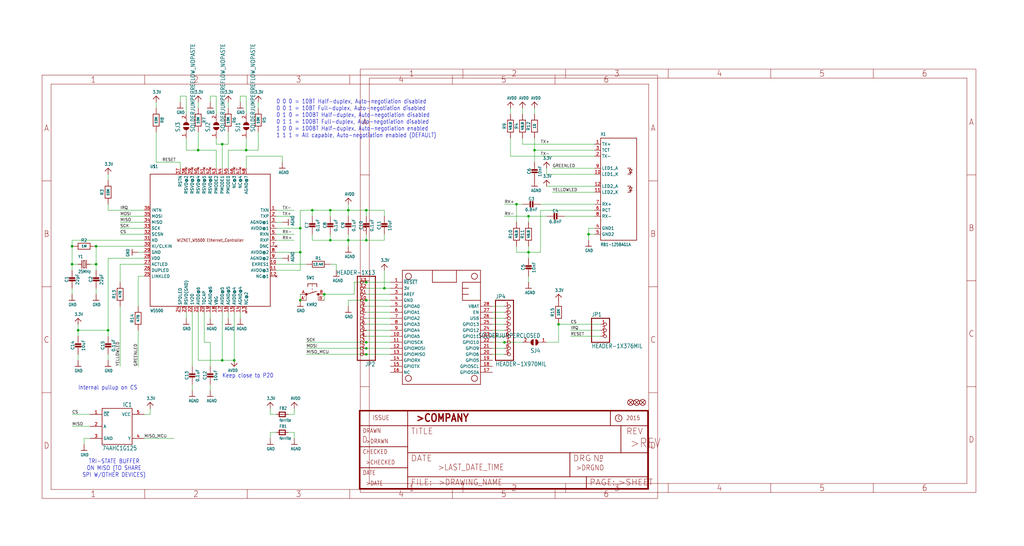
<source format=kicad_sch>
(kicad_sch (version 20211123) (generator eeschema)
  (paper "User" 433.07 230.861)
  (junction (at 30.48 111.76))
  (junction (at 223.52 106.68))
  (junction (at 30.48 104.14))
  (junction (at 147.32 101.6))
  (junction (at 127 127))
  (junction (at 139.7 88.9))
  (junction (at 137.16 124.46))
  (junction (at 162.56 121.92))
  (junction (at 236.22 137.16))
  (junction (at 99.06 152.4))
  (junction (at 45.72 139.7))
  (junction (at 154.94 88.9))
  (junction (at 139.7 101.6))
  (junction (at 40.64 104.14))
  (junction (at 154.94 127))
  (junction (at 40.64 111.76))
  (junction (at 154.94 101.6))
  (junction (at 154.94 119.38))
  (junction (at 213.36 144.78))
  (junction (at 154.94 144.78))
  (junction (at 218.44 86.36))
  (junction (at 93.98 152.4))
  (junction (at 104.14 63.5))
  (junction (at 127 106.68))
  (junction (at 226.06 63.5))
  (junction (at 248.92 99.06))
  (junction (at 223.52 91.44))
  (junction (at 93.98 60.96))
  (junction (at 154.94 147.32))
  (junction (at 33.02 139.7))
  (junction (at 127 96.52))
  (junction (at 147.32 88.9))
  (junction (at 83.82 63.5))
  (junction (at 154.94 149.86))
  (junction (at 132.08 88.9))
  (wire (pts (xy 218.44 104.14) (xy 218.44 106.68)))
  (wire (pts (xy 104.14 58.42) (xy 104.14 63.5)))
  (wire (pts (xy 154.94 88.9) (xy 162.56 88.9)))
  (wire (pts (xy 58.42 116.84) (xy 58.42 129.54)))
  (wire (pts (xy 165.1 134.62) (xy 154.94 134.62)))
  (wire (pts (xy 78.74 134.62) (xy 78.74 132.08)))
  (wire (pts (xy 220.98 144.78) (xy 213.36 144.78)))
  (wire (pts (xy 45.72 88.9) (xy 45.72 86.36)))
  (wire (pts (xy 238.76 91.44) (xy 251.46 91.44)))
  (wire (pts (xy 154.94 144.78) (xy 129.54 144.78)))
  (wire (pts (xy 254 142.24) (xy 241.3 142.24)))
  (wire (pts (xy 116.84 175.26) (xy 114.3 175.26)))
  (wire (pts (xy 83.82 152.4) (xy 93.98 152.4)))
  (wire (pts (xy 129.54 149.86) (xy 154.94 149.86)))
  (wire (pts (xy 38.1 185.42) (xy 35.56 185.42)))
  (wire (pts (xy 139.7 111.76) (xy 142.24 111.76)))
  (wire (pts (xy 251.46 71.12) (xy 233.68 71.12)))
  (wire (pts (xy 45.72 142.24) (xy 45.72 139.7)))
  (wire (pts (xy 30.48 121.92) (xy 30.48 124.46)))
  (wire (pts (xy 147.32 99.06) (xy 147.32 101.6)))
  (wire (pts (xy 101.6 40.64) (xy 101.6 43.18)))
  (wire (pts (xy 60.96 116.84) (xy 58.42 116.84)))
  (wire (pts (xy 213.36 147.32) (xy 208.28 147.32)))
  (wire (pts (xy 88.9 144.78) (xy 88.9 154.94)))
  (wire (pts (xy 81.28 162.56) (xy 81.28 165.1)))
  (wire (pts (xy 88.9 162.56) (xy 88.9 165.1)))
  (wire (pts (xy 91.44 71.12) (xy 91.44 63.5)))
  (wire (pts (xy 35.56 185.42) (xy 35.56 187.96)))
  (wire (pts (xy 116.84 91.44) (xy 124.46 91.44)))
  (wire (pts (xy 104.14 48.26) (xy 104.14 40.64)))
  (wire (pts (xy 139.7 88.9) (xy 147.32 88.9)))
  (wire (pts (xy 223.52 93.98) (xy 223.52 91.44)))
  (wire (pts (xy 226.06 48.26) (xy 226.06 45.72)))
  (wire (pts (xy 137.16 124.46) (xy 137.16 127)))
  (wire (pts (xy 162.56 114.3) (xy 162.56 121.92)))
  (wire (pts (xy 223.52 106.68) (xy 223.52 109.22)))
  (wire (pts (xy 50.8 129.54) (xy 50.8 154.94)))
  (wire (pts (xy 63.5 175.26) (xy 63.5 172.72)))
  (wire (pts (xy 149.86 124.46) (xy 149.86 119.38)))
  (wire (pts (xy 50.8 111.76) (xy 50.8 119.38)))
  (wire (pts (xy 114.3 185.42) (xy 114.3 182.88)))
  (wire (pts (xy 154.94 101.6) (xy 162.56 101.6)))
  (wire (pts (xy 223.52 91.44) (xy 231.14 91.44)))
  (wire (pts (xy 124.46 175.26) (xy 124.46 172.72)))
  (wire (pts (xy 30.48 111.76) (xy 30.48 114.3)))
  (wire (pts (xy 248.92 99.06) (xy 248.92 101.6)))
  (wire (pts (xy 45.72 76.2) (xy 45.72 73.66)))
  (wire (pts (xy 147.32 88.9) (xy 147.32 86.36)))
  (wire (pts (xy 45.72 88.9) (xy 60.96 88.9)))
  (wire (pts (xy 223.52 116.84) (xy 223.52 119.38)))
  (wire (pts (xy 60.96 96.52) (xy 50.8 96.52)))
  (wire (pts (xy 30.48 101.6) (xy 30.48 104.14)))
  (wire (pts (xy 162.56 88.9) (xy 162.56 91.44)))
  (wire (pts (xy 228.6 88.9) (xy 228.6 106.68)))
  (wire (pts (xy 251.46 73.66) (xy 231.14 73.66)))
  (wire (pts (xy 38.1 111.76) (xy 40.64 111.76)))
  (wire (pts (xy 226.06 68.58) (xy 226.06 63.5)))
  (wire (pts (xy 165.1 137.16) (xy 154.94 137.16)))
  (wire (pts (xy 139.7 101.6) (xy 147.32 101.6)))
  (wire (pts (xy 165.1 142.24) (xy 154.94 142.24)))
  (wire (pts (xy 124.46 182.88) (xy 124.46 185.42)))
  (wire (pts (xy 220.98 48.26) (xy 220.98 45.72)))
  (wire (pts (xy 215.9 66.04) (xy 215.9 58.42)))
  (wire (pts (xy 40.64 121.92) (xy 40.64 124.46)))
  (wire (pts (xy 127 124.46) (xy 127 127)))
  (wire (pts (xy 127 106.68) (xy 127 96.52)))
  (wire (pts (xy 96.52 134.62) (xy 96.52 132.08)))
  (wire (pts (xy 213.36 132.08) (xy 208.28 132.08)))
  (wire (pts (xy 147.32 127) (xy 147.32 129.54)))
  (wire (pts (xy 213.36 134.62) (xy 208.28 134.62)))
  (wire (pts (xy 154.94 149.86) (xy 165.1 149.86)))
  (wire (pts (xy 154.94 99.06) (xy 154.94 101.6)))
  (wire (pts (xy 139.7 99.06) (xy 139.7 101.6)))
  (wire (pts (xy 104.14 40.64) (xy 101.6 40.64)))
  (wire (pts (xy 33.02 149.86) (xy 33.02 152.4)))
  (wire (pts (xy 218.44 106.68) (xy 223.52 106.68)))
  (wire (pts (xy 104.14 71.12) (xy 104.14 66.04)))
  (wire (pts (xy 76.2 68.58) (xy 66.04 68.58)))
  (wire (pts (xy 165.1 144.78) (xy 154.94 144.78)))
  (wire (pts (xy 154.94 127) (xy 147.32 127)))
  (wire (pts (xy 236.22 144.78) (xy 236.22 137.16)))
  (wire (pts (xy 231.14 144.78) (xy 236.22 144.78)))
  (wire (pts (xy 78.74 63.5) (xy 78.74 58.42)))
  (wire (pts (xy 104.14 63.5) (xy 109.22 63.5)))
  (wire (pts (xy 147.32 88.9) (xy 154.94 88.9)))
  (wire (pts (xy 165.1 124.46) (xy 154.94 124.46)))
  (wire (pts (xy 218.44 93.98) (xy 218.44 86.36)))
  (wire (pts (xy 251.46 96.52) (xy 248.92 96.52)))
  (wire (pts (xy 58.42 139.7) (xy 58.42 154.94)))
  (wire (pts (xy 60.96 99.06) (xy 50.8 99.06)))
  (wire (pts (xy 127 96.52) (xy 127 88.9)))
  (wire (pts (xy 165.1 147.32) (xy 154.94 147.32)))
  (wire (pts (xy 154.94 91.44) (xy 154.94 88.9)))
  (wire (pts (xy 83.82 43.18) (xy 83.82 45.72)))
  (wire (pts (xy 119.38 66.04) (xy 119.38 68.58)))
  (wire (pts (xy 91.44 63.5) (xy 83.82 63.5)))
  (wire (pts (xy 93.98 60.96) (xy 96.52 60.96)))
  (wire (pts (xy 81.28 132.08) (xy 81.28 154.94)))
  (wire (pts (xy 213.36 144.78) (xy 208.28 144.78)))
  (wire (pts (xy 91.44 40.64) (xy 88.9 40.64)))
  (wire (pts (xy 114.3 182.88) (xy 116.84 182.88)))
  (wire (pts (xy 251.46 63.5) (xy 226.06 63.5)))
  (wire (pts (xy 116.84 88.9) (xy 124.46 88.9)))
  (wire (pts (xy 58.42 106.68) (xy 60.96 106.68)))
  (wire (pts (xy 251.46 99.06) (xy 248.92 99.06)))
  (wire (pts (xy 93.98 152.4) (xy 99.06 152.4)))
  (wire (pts (xy 45.72 149.86) (xy 45.72 152.4)))
  (wire (pts (xy 101.6 134.62) (xy 101.6 132.08)))
  (wire (pts (xy 66.04 68.58) (xy 66.04 55.88)))
  (wire (pts (xy 99.06 132.08) (xy 99.06 152.4)))
  (wire (pts (xy 76.2 40.64) (xy 76.2 43.18)))
  (wire (pts (xy 121.92 182.88) (xy 124.46 182.88)))
  (wire (pts (xy 83.82 63.5) (xy 78.74 63.5)))
  (wire (pts (xy 231.14 73.66) (xy 231.14 71.12)))
  (wire (pts (xy 116.84 106.68) (xy 127 106.68)))
  (wire (pts (xy 154.94 147.32) (xy 129.54 147.32)))
  (wire (pts (xy 60.96 101.6) (xy 30.48 101.6)))
  (wire (pts (xy 213.36 139.7) (xy 208.28 139.7)))
  (wire (pts (xy 139.7 91.44) (xy 139.7 88.9)))
  (wire (pts (xy 147.32 101.6) (xy 147.32 104.14)))
  (wire (pts (xy 30.48 180.34) (xy 38.1 180.34)))
  (wire (pts (xy 83.82 63.5) (xy 83.82 55.88)))
  (wire (pts (xy 213.36 129.54) (xy 208.28 129.54)))
  (wire (pts (xy 33.02 139.7) (xy 33.02 142.24)))
  (wire (pts (xy 132.08 91.44) (xy 132.08 88.9)))
  (wire (pts (xy 162.56 121.92) (xy 154.94 121.92)))
  (wire (pts (xy 116.84 96.52) (xy 127 96.52)))
  (wire (pts (xy 254 137.16) (xy 236.22 137.16)))
  (wire (pts (xy 60.96 185.42) (xy 73.66 185.42)))
  (wire (pts (xy 104.14 66.04) (xy 119.38 66.04)))
  (wire (pts (xy 96.52 63.5) (xy 104.14 63.5)))
  (wire (pts (xy 162.56 101.6) (xy 162.56 99.06)))
  (wire (pts (xy 88.9 40.64) (xy 88.9 43.18)))
  (wire (pts (xy 33.02 111.76) (xy 30.48 111.76)))
  (wire (pts (xy 45.72 139.7) (xy 33.02 139.7)))
  (wire (pts (xy 30.48 175.26) (xy 38.1 175.26)))
  (wire (pts (xy 121.92 175.26) (xy 124.46 175.26)))
  (wire (pts (xy 213.36 91.44) (xy 223.52 91.44)))
  (wire (pts (xy 114.3 175.26) (xy 114.3 172.72)))
  (wire (pts (xy 86.36 132.08) (xy 86.36 144.78)))
  (wire (pts (xy 231.14 78.74) (xy 251.46 78.74)))
  (wire (pts (xy 60.96 91.44) (xy 50.8 91.44)))
  (wire (pts (xy 109.22 63.5) (xy 109.22 55.88)))
  (wire (pts (xy 132.08 99.06) (xy 132.08 101.6)))
  (wire (pts (xy 91.44 60.96) (xy 91.44 58.42)))
  (wire (pts (xy 223.52 104.14) (xy 223.52 106.68)))
  (wire (pts (xy 165.1 129.54) (xy 154.94 129.54)))
  (wire (pts (xy 96.52 71.12) (xy 96.52 63.5)))
  (wire (pts (xy 220.98 60.96) (xy 251.46 60.96)))
  (wire (pts (xy 165.1 132.08) (xy 154.94 132.08)))
  (wire (pts (xy 127 88.9) (xy 132.08 88.9)))
  (wire (pts (xy 149.86 119.38) (xy 154.94 119.38)))
  (wire (pts (xy 96.52 43.18) (xy 96.52 45.72)))
  (wire (pts (xy 213.36 149.86) (xy 208.28 149.86)))
  (wire (pts (xy 78.74 48.26) (xy 78.74 40.64)))
  (wire (pts (xy 226.06 63.5) (xy 226.06 58.42)))
  (wire (pts (xy 76.2 71.12) (xy 76.2 68.58)))
  (wire (pts (xy 60.96 104.14) (xy 40.64 104.14)))
  (wire (pts (xy 109.22 43.18) (xy 109.22 45.72)))
  (wire (pts (xy 137.16 124.46) (xy 149.86 124.46)))
  (wire (pts (xy 116.84 99.06) (xy 124.46 99.06)))
  (wire (pts (xy 40.64 111.76) (xy 40.64 104.14)))
  (wire (pts (xy 165.1 139.7) (xy 154.94 139.7)))
  (wire (pts (xy 60.96 93.98) (xy 50.8 93.98)))
  (wire (pts (xy 127 114.3) (xy 127 106.68)))
  (wire (pts (xy 86.36 144.78) (xy 88.9 144.78)))
  (wire (pts (xy 91.44 48.26) (xy 91.44 40.64)))
  (wire (pts (xy 218.44 86.36) (xy 220.98 86.36)))
  (wire (pts (xy 45.72 109.22) (xy 45.72 139.7)))
  (wire (pts (xy 78.74 40.64) (xy 76.2 40.64)))
  (wire (pts (xy 213.36 137.16) (xy 208.28 137.16)))
  (wire (pts (xy 165.1 127) (xy 154.94 127)))
  (wire (pts (xy 132.08 88.9) (xy 139.7 88.9)))
  (wire (pts (xy 213.36 142.24) (xy 208.28 142.24)))
  (wire (pts (xy 254 139.7) (xy 241.3 139.7)))
  (wire (pts (xy 119.38 93.98) (xy 116.84 93.98)))
  (wire (pts (xy 213.36 86.36) (xy 218.44 86.36)))
  (wire (pts (xy 215.9 48.26) (xy 215.9 45.72)))
  (wire (pts (xy 215.9 66.04) (xy 251.46 66.04)))
  (wire (pts (xy 93.98 60.96) (xy 91.44 60.96)))
  (wire (pts (xy 116.84 111.76) (xy 129.54 111.76)))
  (wire (pts (xy 132.08 101.6) (xy 139.7 101.6)))
  (wire (pts (xy 60.96 109.22) (xy 45.72 109.22)))
  (wire (pts (xy 40.64 111.76) (xy 40.64 114.3)))
  (wire (pts (xy 116.84 101.6) (xy 124.46 101.6)))
  (wire (pts (xy 119.38 109.22) (xy 116.84 109.22)))
  (wire (pts (xy 60.96 175.26) (xy 63.5 175.26)))
  (wire (pts (xy 30.48 111.76) (xy 30.48 104.14)))
  (wire (pts (xy 66.04 45.72) (xy 66.04 43.18)))
  (wire (pts (xy 251.46 81.28) (xy 233.68 81.28)))
  (wire (pts (xy 88.9 134.62) (xy 88.9 132.08)))
  (wire (pts (xy 33.02 137.16) (xy 33.02 139.7)))
  (wire (pts (xy 116.84 114.3) (xy 127 114.3)))
  (wire (pts (xy 93.98 132.08) (xy 93.98 152.4)))
  (wire (pts (xy 83.82 132.08) (xy 83.82 152.4)))
  (wire (pts (xy 142.24 111.76) (xy 142.24 114.3)))
  (wire (pts (xy 220.98 60.96) (xy 220.98 58.42)))
  (wire (pts (xy 60.96 111.76) (xy 50.8 111.76)))
  (wire (pts (xy 96.52 60.96) (xy 96.52 55.88)))
  (wire (pts (xy 165.1 119.38) (xy 154.94 119.38)))
  (wire (pts (xy 147.32 101.6) (xy 154.94 101.6)))
  (wire (pts (xy 248.92 96.52) (xy 248.92 99.06)))
  (wire (pts (xy 251.46 88.9) (xy 228.6 88.9)))
  (wire (pts (xy 228.6 86.36) (xy 251.46 86.36)))
  (wire (pts (xy 93.98 71.12) (xy 93.98 60.96)))
  (wire (pts (xy 147.32 91.44) (xy 147.32 88.9)))
  (wire (pts (xy 228.6 106.68) (xy 223.52 106.68)))
  (wire (pts (xy 165.1 121.92) (xy 162.56 121.92)))
  (text "TRI-STATE BUFFER\nON MISO (TO SHARE\nSPI W/OTHER DEVICES)" (at 48.26 198.12 0) (effects (font (size 1.778 1.5113))))
  (text "Keep close to P20" (at 93.98 160.02 180) (effects (font (size 1.778 1.5113)) (justify left bottom)))
  (text "Internal pullup on CS" (at 33.02 165.1 180) (effects (font (size 1.778 1.5113)) (justify left bottom)))
  (text "0 0 0 = 10BT Half-duplex, Auto-negotiation disabled\n0 0 1 = 10BT Full-duplex, Auto-negotiation disabled\n0 1 0 = 100BT Half-duplex, Auto-negotiation disabled\n0 1 1 = 100BT Full-duplex, Auto-negotiation disabled\n1 0 0 = 100BT Half-duplex, Auto-negotiation enabled\n1 1 1 = All capable, Auto-negotiation enabled (DEFAULT)" (at 116.84 58.42 0) (effects (font (size 1.778 1.5113)) (justify left bottom)))
  (label "YELLOWLED" (at 50.8 154.94 90) (effects (font (size 1.2446 1.2446))))
  (label "MISO_MCU" (at 129.54 149.86 0) (effects (font (size 1.2446 1.2446))))
  (label "RESET" (at 68.58 68.58 0) (effects (font (size 1.2446 1.2446))))
  (label "TX-" (at 228.6 66.04 0) (effects (font (size 1.2446 1.2446))))
  (label "GREENLED" (at 58.42 154.94 90) (effects (font (size 1.2446 1.2446))))
  (label "MOSI" (at 50.8 91.44 0) (effects (font (size 1.2446 1.2446))))
  (label "SCK" (at 50.8 96.52 0) (effects (font (size 1.2446 1.2446))))
  (label "TX-" (at 119.38 88.9 0) (effects (font (size 1.2446 1.2446))))
  (label "RX+" (at 119.38 101.6 0) (effects (font (size 1.2446 1.2446))))
  (label "GREENLED" (at 233.68 71.12 0) (effects (font (size 1.2446 1.2446))))
  (label "IRQ" (at 50.8 88.9 0) (effects (font (size 1.2446 1.2446))))
  (label "RX-" (at 213.36 91.44 0) (effects (font (size 1.2446 1.2446))))
  (label "MISO_MCU" (at 60.96 185.42 0) (effects (font (size 1.2446 1.2446))))
  (label "MISO" (at 50.8 93.98 0) (effects (font (size 1.2446 1.2446))))
  (label "TX+" (at 119.38 91.44 0) (effects (font (size 1.2446 1.2446))))
  (label "YELLOWLED" (at 233.68 81.28 0) (effects (font (size 1.2446 1.2446))))
  (label "RX+" (at 213.36 86.36 0) (effects (font (size 1.2446 1.2446))))
  (label "MISO" (at 30.48 180.34 0) (effects (font (size 1.2446 1.2446))))
  (label "CS" (at 50.8 99.06 0) (effects (font (size 1.2446 1.2446))))
  (label "RESET" (at 241.3 142.24 0) (effects (font (size 1.2446 1.2446))))
  (label "CS" (at 30.48 175.26 0) (effects (font (size 1.2446 1.2446))))
  (label "RX-" (at 119.38 99.06 0) (effects (font (size 1.2446 1.2446))))
  (label "TX+" (at 228.6 60.96 0) (effects (font (size 1.2446 1.2446))))
  (label "IRQ" (at 241.3 139.7 0) (effects (font (size 1.2446 1.2446))))
  (label "MOSI" (at 129.54 147.32 0) (effects (font (size 1.2446 1.2446))))
  (label "SCK" (at 129.54 144.78 0) (effects (font (size 1.2446 1.2446))))
  (label "CS" (at 241.3 137.16 0) (effects (font (size 1.2446 1.2446))))
  (symbol (lib_id "eagleSchem-eagle-import:SOLDERJUMPERCLOSED") (at 226.06 144.78 180) (unit 1)
    (property "Reference" "SJ4" (at 228.6 147.32 0) (effects (font (size 1.778 1.5113)) (justify left bottom)))
    (property "Value" "SOLDERJUMPERCLOSED" (at 228.6 140.97 0) (effects (font (size 1.778 1.5113)) (justify left bottom)))
    (property "Footprint" "eagleSchem:SOLDERJUMPER_CLOSEDWIRE" (effects hide))
  )
  (symbol (lib_id "eagleSchem-eagle-import:GND") (at 45.72 154.94 0) (unit 1)
    (property "Reference" "#U$34" (effects hide))
    (property "Value" "GND" (at 44.196 157.48 0) (effects (font (size 1.27 1.0795)) (justify left bottom)))
    (property "Footprint" "eagleSchem:" (effects hide))
  )
  (symbol (lib_id "eagleSchem-eagle-import:3.3V") (at 109.22 40.64 0) (unit 1)
    (property "Reference" "#U$9" (effects hide))
    (property "Value" "3.3V" (at 107.696 39.624 0) (effects (font (size 1.27 1.0795)) (justify left bottom)))
    (property "Footprint" "eagleSchem:" (effects hide))
  )
  (symbol (lib_id "eagleSchem-eagle-import:WIZNET_W5500") (at 88.9 104.14 0) (unit 1)
    (property "Reference" "U$1" (at 63.5 71.12 0) (effects (font (size 1.27 1.0795)) (justify left bottom)))
    (property "Value" "W5500" (at 63.5 132.08 0) (effects (font (size 1.27 1.0795)) (justify left bottom)))
    (property "Footprint" "eagleSchem:LQFP48" (effects hide))
  )
  (symbol (lib_id "eagleSchem-eagle-import:3.3V") (at 114.3 170.18 0) (unit 1)
    (property "Reference" "#U$42" (effects hide))
    (property "Value" "3.3V" (at 112.776 169.164 0) (effects (font (size 1.27 1.0795)) (justify left bottom)))
    (property "Footprint" "eagleSchem:" (effects hide))
  )
  (symbol (lib_id "eagleSchem-eagle-import:GND") (at 127 129.54 0) (unit 1)
    (property "Reference" "#U$47" (effects hide))
    (property "Value" "GND" (at 125.476 132.08 0) (effects (font (size 1.27 1.0795)) (justify left bottom)))
    (property "Footprint" "eagleSchem:" (effects hide))
  )
  (symbol (lib_id "eagleSchem-eagle-import:CAP_CERAMIC0603_NO") (at 30.48 119.38 0) (unit 1)
    (property "Reference" "C1" (at 28.19 118.13 90))
    (property "Value" "22pF" (at 32.78 118.13 90))
    (property "Footprint" "eagleSchem:0603-NO" (effects hide))
  )
  (symbol (lib_id "eagleSchem-eagle-import:CAP_CERAMIC0603_NO") (at 233.68 91.44 270) (unit 1)
    (property "Reference" "C4" (at 234.93 89.15 90))
    (property "Value" "6.8nF" (at 234.93 93.74 90))
    (property "Footprint" "eagleSchem:0603-NO" (effects hide))
  )
  (symbol (lib_id "eagleSchem-eagle-import:FRAME_A4") (at 17.78 210.82 0) (unit 1)
    (property "Reference" "#FRAME1" (effects hide))
    (property "Value" "FRAME_A4" (effects hide))
    (property "Footprint" "eagleSchem:" (effects hide))
  )
  (symbol (lib_id "eagleSchem-eagle-import:3.3V") (at 162.56 111.76 0) (unit 1)
    (property "Reference" "#U$37" (effects hide))
    (property "Value" "3.3V" (at 161.036 110.744 0) (effects (font (size 1.27 1.0795)) (justify left bottom)))
    (property "Footprint" "eagleSchem:" (effects hide))
  )
  (symbol (lib_id "eagleSchem-eagle-import:AGND") (at 96.52 137.16 0) (unit 1)
    (property "Reference" "#U$27" (effects hide))
    (property "Value" "AGND" (at 94.996 139.7 0) (effects (font (size 1.27 1.0795)) (justify left bottom)))
    (property "Footprint" "eagleSchem:" (effects hide))
  )
  (symbol (lib_id "eagleSchem-eagle-import:CAP_CERAMIC0603_NO") (at 45.72 147.32 0) (unit 1)
    (property "Reference" "C15" (at 43.43 146.07 90))
    (property "Value" "0.1uF" (at 48.02 146.07 90))
    (property "Footprint" "eagleSchem:0603-NO" (effects hide))
  )
  (symbol (lib_id "eagleSchem-eagle-import:3.3V") (at 66.04 40.64 0) (unit 1)
    (property "Reference" "#U$14" (effects hide))
    (property "Value" "3.3V" (at 64.516 39.624 0) (effects (font (size 1.27 1.0795)) (justify left bottom)))
    (property "Footprint" "eagleSchem:" (effects hide))
  )
  (symbol (lib_id "eagleSchem-eagle-import:GND") (at 248.92 104.14 0) (unit 1)
    (property "Reference" "#U$21" (effects hide))
    (property "Value" "GND" (at 247.396 106.68 0) (effects (font (size 1.27 1.0795)) (justify left bottom)))
    (property "Footprint" "eagleSchem:" (effects hide))
  )
  (symbol (lib_id "eagleSchem-eagle-import:CAP_CERAMIC0603_NO") (at 223.52 86.36 270) (unit 1)
    (property "Reference" "C3" (at 224.77 84.07 90))
    (property "Value" "6.8nF" (at 224.77 88.66 90))
    (property "Footprint" "eagleSchem:0603-NO" (effects hide))
  )
  (symbol (lib_id "eagleSchem-eagle-import:AVDD") (at 99.06 154.94 180) (unit 1)
    (property "Reference" "#U$17" (effects hide))
    (property "Value" "AVDD" (at 100.584 155.956 0) (effects (font (size 1.27 1.0795)) (justify left bottom)))
    (property "Footprint" "eagleSchem:" (effects hide))
  )
  (symbol (lib_id "eagleSchem-eagle-import:GND") (at 78.74 137.16 0) (unit 1)
    (property "Reference" "#U$5" (effects hide))
    (property "Value" "GND" (at 77.216 139.7 0) (effects (font (size 1.27 1.0795)) (justify left bottom)))
    (property "Footprint" "eagleSchem:" (effects hide))
  )
  (symbol (lib_id "eagleSchem-eagle-import:CAP_CERAMIC0603_NO") (at 139.7 96.52 0) (unit 1)
    (property "Reference" "C8" (at 137.41 95.27 90))
    (property "Value" "0.1uF" (at 142 95.27 90))
    (property "Footprint" "eagleSchem:0603-NO" (effects hide))
  )
  (symbol (lib_id "eagleSchem-eagle-import:GND") (at 147.32 132.08 0) (unit 1)
    (property "Reference" "#U$40" (effects hide))
    (property "Value" "GND" (at 145.796 134.62 0) (effects (font (size 1.27 1.0795)) (justify left bottom)))
    (property "Footprint" "eagleSchem:" (effects hide))
  )
  (symbol (lib_id "eagleSchem-eagle-import:HEADER-1X970MIL") (at 215.9 139.7 0) (unit 1)
    (property "Reference" "JP4" (at 209.55 126.365 0) (effects (font (size 1.778 1.5113)) (justify left bottom)))
    (property "Value" "HEADER-1X970MIL" (at 209.55 154.94 0) (effects (font (size 1.778 1.5113)) (justify left bottom)))
    (property "Footprint" "eagleSchem:1X09_ROUND_70" (effects hide))
  )
  (symbol (lib_id "eagleSchem-eagle-import:RESISTOR_0603_NOOUT") (at 50.8 124.46 90) (unit 1)
    (property "Reference" "R13" (at 48.26 124.46 0))
    (property "Value" "470" (at 50.8 124.46 0) (effects (font (size 1.016 1.016) bold)))
    (property "Footprint" "eagleSchem:0603-NO" (effects hide))
  )
  (symbol (lib_id "eagleSchem-eagle-import:AGND") (at 223.52 121.92 0) (unit 1)
    (property "Reference" "#U$20" (effects hide))
    (property "Value" "AGND" (at 221.996 124.46 0) (effects (font (size 1.27 1.0795)) (justify left bottom)))
    (property "Footprint" "eagleSchem:" (effects hide))
  )
  (symbol (lib_id "eagleSchem-eagle-import:RESISTOR_0603_NOOUT") (at 226.06 53.34 90) (unit 1)
    (property "Reference" "R12" (at 223.52 53.34 0))
    (property "Value" "10" (at 226.06 53.34 0) (effects (font (size 1.016 1.016) bold)))
    (property "Footprint" "eagleSchem:0603-NO" (effects hide))
  )
  (symbol (lib_id "eagleSchem-eagle-import:CAP_CERAMIC0603_NO") (at 154.94 96.52 0) (unit 1)
    (property "Reference" "C10" (at 152.65 95.27 90))
    (property "Value" "0.1uF" (at 157.24 95.27 90))
    (property "Footprint" "eagleSchem:0603-NO" (effects hide))
  )
  (symbol (lib_id "eagleSchem-eagle-import:CAP_CERAMIC0603_NO") (at 81.28 160.02 0) (unit 1)
    (property "Reference" "C13" (at 78.99 158.77 90))
    (property "Value" "0.1uF" (at 83.58 158.77 90))
    (property "Footprint" "eagleSchem:0603-NO" (effects hide))
  )
  (symbol (lib_id "eagleSchem-eagle-import:RESISTOR_0603_NOOUT") (at 134.62 111.76 0) (unit 1)
    (property "Reference" "R1" (at 134.62 109.22 0))
    (property "Value" "12.4K" (at 134.62 111.76 0) (effects (font (size 1.016 1.016) bold)))
    (property "Footprint" "eagleSchem:0603-NO" (effects hide))
  )
  (symbol (lib_id "eagleSchem-eagle-import:RESISTOR_0603_NOOUT") (at 66.04 50.8 270) (unit 1)
    (property "Reference" "R8" (at 68.58 50.8 0))
    (property "Value" "10K" (at 66.04 50.8 0) (effects (font (size 1.016 1.016) bold)))
    (property "Footprint" "eagleSchem:0603-NO" (effects hide))
  )
  (symbol (lib_id "eagleSchem-eagle-import:RESISTOR_0603_NOOUT") (at 45.72 81.28 90) (unit 1)
    (property "Reference" "R3" (at 43.18 81.28 0))
    (property "Value" "10K" (at 45.72 81.28 0) (effects (font (size 1.016 1.016) bold)))
    (property "Footprint" "eagleSchem:0603-NO" (effects hide))
  )
  (symbol (lib_id "eagleSchem-eagle-import:SOLDERJUMPERREFLOW_NOPASTE") (at 104.14 53.34 90) (unit 1)
    (property "Reference" "SJ1" (at 101.6 55.88 0) (effects (font (size 1.778 1.5113)) (justify left bottom)))
    (property "Value" "SOLDERJUMPERREFLOW_NOPASTE" (at 107.95 55.88 0) (effects (font (size 1.778 1.5113)) (justify left bottom)))
    (property "Footprint" "eagleSchem:SOLDERJUMPER_REFLOW_NOPASTE" (effects hide))
  )
  (symbol (lib_id "eagleSchem-eagle-import:3.3V") (at 96.52 40.64 0) (unit 1)
    (property "Reference" "#U$8" (effects hide))
    (property "Value" "3.3V" (at 94.996 39.624 0) (effects (font (size 1.27 1.0795)) (justify left bottom)))
    (property "Footprint" "eagleSchem:" (effects hide))
  )
  (symbol (lib_id "eagleSchem-eagle-import:AGND") (at 226.06 78.74 0) (unit 1)
    (property "Reference" "#U$22" (effects hide))
    (property "Value" "AGND" (at 224.536 81.28 0) (effects (font (size 1.27 1.0795)) (justify left bottom)))
    (property "Footprint" "eagleSchem:" (effects hide))
  )
  (symbol (lib_id "eagleSchem-eagle-import:CAP_CERAMIC0805-NOOUTLINE") (at 33.02 147.32 0) (unit 1)
    (property "Reference" "C14" (at 30.73 146.07 90))
    (property "Value" "10uF" (at 35.32 146.07 90))
    (property "Footprint" "eagleSchem:0805-NO" (effects hide))
  )
  (symbol (lib_id "eagleSchem-eagle-import:GND") (at 114.3 187.96 0) (unit 1)
    (property "Reference" "#U$39" (effects hide))
    (property "Value" "GND" (at 112.776 190.5 0) (effects (font (size 1.27 1.0795)) (justify left bottom)))
    (property "Footprint" "eagleSchem:" (effects hide))
  )
  (symbol (lib_id "eagleSchem-eagle-import:RESISTOR_0603_NOOUT") (at 96.52 50.8 270) (unit 1)
    (property "Reference" "R6" (at 99.06 50.8 0))
    (property "Value" "10K" (at 96.52 50.8 0) (effects (font (size 1.016 1.016) bold)))
    (property "Footprint" "eagleSchem:0603-NO" (effects hide))
  )
  (symbol (lib_id "eagleSchem-eagle-import:AVDD") (at 147.32 83.82 0) (unit 1)
    (property "Reference" "#U$16" (effects hide))
    (property "Value" "AVDD" (at 145.796 82.804 0) (effects (font (size 1.27 1.0795)) (justify left bottom)))
    (property "Footprint" "eagleSchem:" (effects hide))
  )
  (symbol (lib_id "eagleSchem-eagle-import:HEADER-1X13") (at 152.4 134.62 180) (unit 1)
    (property "Reference" "JP2" (at 158.75 153.035 0) (effects (font (size 1.778 1.5113)) (justify left bottom)))
    (property "Value" "HEADER-1X13" (at 158.75 114.3 0) (effects (font (size 1.778 1.5113)) (justify left bottom)))
    (property "Footprint" "eagleSchem:1X13_ROUND_70" (effects hide))
  )
  (symbol (lib_id "eagleSchem-eagle-import:GND") (at 30.48 127 0) (unit 1)
    (property "Reference" "#U$3" (effects hide))
    (property "Value" "GND" (at 28.956 129.54 0) (effects (font (size 1.27 1.0795)) (justify left bottom)))
    (property "Footprint" "eagleSchem:" (effects hide))
  )
  (symbol (lib_id "eagleSchem-eagle-import:3.3V") (at 63.5 170.18 0) (unit 1)
    (property "Reference" "#U$36" (effects hide))
    (property "Value" "3.3V" (at 61.976 169.164 0) (effects (font (size 1.27 1.0795)) (justify left bottom)))
    (property "Footprint" "eagleSchem:" (effects hide))
  )
  (symbol (lib_id "eagleSchem-eagle-import:3.3V") (at 45.72 71.12 0) (unit 1)
    (property "Reference" "#U$6" (effects hide))
    (property "Value" "3.3V" (at 44.196 70.104 0) (effects (font (size 1.27 1.0795)) (justify left bottom)))
    (property "Footprint" "eagleSchem:" (effects hide))
  )
  (symbol (lib_id "eagleSchem-eagle-import:AGND") (at 121.92 109.22 90) (unit 1)
    (property "Reference" "#U$25" (effects hide))
    (property "Value" "AGND" (at 124.46 110.744 0) (effects (font (size 1.27 1.0795)) (justify left bottom)))
    (property "Footprint" "eagleSchem:" (effects hide))
  )
  (symbol (lib_id "eagleSchem-eagle-import:3.3V") (at 83.82 40.64 0) (unit 1)
    (property "Reference" "#U$7" (effects hide))
    (property "Value" "3.3V" (at 82.296 39.624 0) (effects (font (size 1.27 1.0795)) (justify left bottom)))
    (property "Footprint" "eagleSchem:" (effects hide))
  )
  (symbol (lib_id "eagleSchem-eagle-import:FIDUCIAL{dblquote}{dblquote}") (at 271.78 170.18 0) (unit 1)
    (property "Reference" "FID1" (effects hide))
    (property "Value" "FIDUCIAL{dblquote}{dblquote}" (effects hide))
    (property "Footprint" "eagleSchem:FIDUCIAL_1MM" (effects hide))
  )
  (symbol (lib_id "eagleSchem-eagle-import:RESISTOR_0603_NOOUT") (at 223.52 99.06 90) (unit 1)
    (property "Reference" "R11" (at 220.98 99.06 0))
    (property "Value" "49.9" (at 223.52 99.06 0) (effects (font (size 1.016 1.016) bold)))
    (property "Footprint" "eagleSchem:0603-NO" (effects hide))
  )
  (symbol (lib_id "eagleSchem-eagle-import:RESISTOR_0603_NOOUT") (at 83.82 50.8 270) (unit 1)
    (property "Reference" "R7" (at 86.36 50.8 0))
    (property "Value" "10K" (at 83.82 50.8 0) (effects (font (size 1.016 1.016) bold)))
    (property "Footprint" "eagleSchem:0603-NO" (effects hide))
  )
  (symbol (lib_id "eagleSchem-eagle-import:SOLDERJUMPERREFLOW_NOPASTE") (at 78.74 53.34 90) (unit 1)
    (property "Reference" "SJ3" (at 76.2 55.88 0) (effects (font (size 1.778 1.5113)) (justify left bottom)))
    (property "Value" "SOLDERJUMPERREFLOW_NOPASTE" (at 82.55 55.88 0) (effects (font (size 1.778 1.5113)) (justify left bottom)))
    (property "Footprint" "eagleSchem:SOLDERJUMPER_REFLOW_NOPASTE" (effects hide))
  )
  (symbol (lib_id "eagleSchem-eagle-import:FERRITE-0805NO") (at 119.38 182.88 0) (unit 1)
    (property "Reference" "FB1" (at 118.11 180.975 0) (effects (font (size 1.27 1.0795)) (justify left bottom)))
    (property "Value" "ferrite" (at 118.11 186.055 0) (effects (font (size 1.27 1.0795)) (justify left bottom)))
    (property "Footprint" "eagleSchem:0805-NO" (effects hide))
  )
  (symbol (lib_id "eagleSchem-eagle-import:GND") (at 76.2 45.72 0) (unit 1)
    (property "Reference" "#U$10" (effects hide))
    (property "Value" "GND" (at 74.676 48.26 0) (effects (font (size 1.27 1.0795)) (justify left bottom)))
    (property "Footprint" "eagleSchem:" (effects hide))
  )
  (symbol (lib_id "eagleSchem-eagle-import:RESISTOR_0603_NOOUT") (at 218.44 99.06 90) (unit 1)
    (property "Reference" "R10" (at 215.9 99.06 0))
    (property "Value" "49.9" (at 218.44 99.06 0) (effects (font (size 1.016 1.016) bold)))
    (property "Footprint" "eagleSchem:0603-NO" (effects hide))
  )
  (symbol (lib_id "eagleSchem-eagle-import:CAP_CERAMIC0603_NO") (at 223.52 114.3 0) (unit 1)
    (property "Reference" "C5" (at 221.23 113.05 90))
    (property "Value" "10nF" (at 225.82 113.05 90))
    (property "Footprint" "eagleSchem:0603-NO" (effects hide))
  )
  (symbol (lib_id "eagleSchem-eagle-import:RESISTOR_0603_NOOUT") (at 109.22 50.8 270) (unit 1)
    (property "Reference" "R5" (at 111.76 50.8 0))
    (property "Value" "10K" (at 109.22 50.8 0) (effects (font (size 1.016 1.016) bold)))
    (property "Footprint" "eagleSchem:0603-NO" (effects hide))
  )
  (symbol (lib_id "eagleSchem-eagle-import:FIDUCIAL{dblquote}{dblquote}") (at 269.24 170.18 0) (unit 1)
    (property "Reference" "FID2" (effects hide))
    (property "Value" "FIDUCIAL{dblquote}{dblquote}" (effects hide))
    (property "Footprint" "eagleSchem:FIDUCIAL_1MM" (effects hide))
  )
  (symbol (lib_id "eagleSchem-eagle-import:AVDD") (at 226.06 43.18 0) (unit 1)
    (property "Reference" "#U$23" (effects hide))
    (property "Value" "AVDD" (at 224.536 42.164 0) (effects (font (size 1.27 1.0795)) (justify left bottom)))
    (property "Footprint" "eagleSchem:" (effects hide))
  )
  (symbol (lib_id "eagleSchem-eagle-import:CAP_CERAMIC0603_NO") (at 132.08 96.52 0) (unit 1)
    (property "Reference" "C7" (at 129.79 95.27 90))
    (property "Value" "0.1uF" (at 134.38 95.27 90))
    (property "Footprint" "eagleSchem:0603-NO" (effects hide))
  )
  (symbol (lib_id "eagleSchem-eagle-import:RESISTOR_0603_NOOUT") (at 58.42 134.62 90) (unit 1)
    (property "Reference" "R14" (at 55.88 134.62 0))
    (property "Value" "470" (at 58.42 134.62 0) (effects (font (size 1.016 1.016) bold)))
    (property "Footprint" "eagleSchem:0603-NO" (effects hide))
  )
  (symbol (lib_id "eagleSchem-eagle-import:AGND") (at 119.38 71.12 0) (unit 1)
    (property "Reference" "#U$13" (effects hide))
    (property "Value" "AGND" (at 117.856 73.66 0) (effects (font (size 1.27 1.0795)) (justify left bottom)))
    (property "Footprint" "eagleSchem:" (effects hide))
  )
  (symbol (lib_id "eagleSchem-eagle-import:RESISTOR_0603_NOOUT") (at 215.9 53.34 90) (unit 1)
    (property "Reference" "R9" (at 213.36 53.34 0))
    (property "Value" "49.9" (at 215.9 53.34 0) (effects (font (size 1.016 1.016) bold)))
    (property "Footprint" "eagleSchem:0603-NO" (effects hide))
  )
  (symbol (lib_id "eagleSchem-eagle-import:CAP_CERAMIC0805-NOOUTLINE") (at 88.9 160.02 0) (unit 1)
    (property "Reference" "C12" (at 86.61 158.77 90))
    (property "Value" "10uF" (at 91.2 158.77 90))
    (property "Footprint" "eagleSchem:0805-NO" (effects hide))
  )
  (symbol (lib_id "eagleSchem-eagle-import:RESISTOR_0603_NOOUT") (at 236.22 132.08 90) (unit 1)
    (property "Reference" "R15" (at 233.68 132.08 0))
    (property "Value" "10K" (at 236.22 132.08 0) (effects (font (size 1.016 1.016) bold)))
    (property "Footprint" "eagleSchem:0603-NO" (effects hide))
  )
  (symbol (lib_id "eagleSchem-eagle-import:GND") (at 55.88 106.68 270) (unit 1)
    (property "Reference" "#U$31" (effects hide))
    (property "Value" "GND" (at 53.34 105.156 0) (effects (font (size 1.27 1.0795)) (justify left bottom)))
    (property "Footprint" "eagleSchem:" (effects hide))
  )
  (symbol (lib_id "eagleSchem-eagle-import:CAP_CERAMIC0603_NO") (at 226.06 73.66 0) (unit 1)
    (property "Reference" "C6" (at 223.77 72.41 90))
    (property "Value" "10nF" (at 228.36 72.41 90))
    (property "Footprint" "eagleSchem:0603-NO" (effects hide))
  )
  (symbol (lib_id "eagleSchem-eagle-import:GND") (at 33.02 154.94 0) (unit 1)
    (property "Reference" "#U$33" (effects hide))
    (property "Value" "GND" (at 31.496 157.48 0) (effects (font (size 1.27 1.0795)) (justify left bottom)))
    (property "Footprint" "eagleSchem:" (effects hide))
  )
  (symbol (lib_id "eagleSchem-eagle-import:GND") (at 40.64 127 0) (unit 1)
    (property "Reference" "#U$4" (effects hide))
    (property "Value" "GND" (at 39.116 129.54 0) (effects (font (size 1.27 1.0795)) (justify left bottom)))
    (property "Footprint" "eagleSchem:" (effects hide))
  )
  (symbol (lib_id "eagleSchem-eagle-import:AVDD") (at 215.9 43.18 0) (unit 1)
    (property "Reference" "#U$18" (effects hide))
    (property "Value" "AVDD" (at 214.376 42.164 0) (effects (font (size 1.27 1.0795)) (justify left bottom)))
    (property "Footprint" "eagleSchem:" (effects hide))
  )
  (symbol (lib_id "eagleSchem-eagle-import:GND") (at 35.56 190.5 0) (unit 1)
    (property "Reference" "#U$35" (effects hide))
    (property "Value" "GND" (at 34.036 193.04 0) (effects (font (size 1.27 1.0795)) (justify left bottom)))
    (property "Footprint" "eagleSchem:" (effects hide))
  )
  (symbol (lib_id "eagleSchem-eagle-import:FRAME_A4") (at 152.4 208.28 0) (unit 2)
    (property "Reference" "#FRAME1" (effects hide))
    (property "Value" "FRAME_A4" (effects hide))
    (property "Footprint" "eagleSchem:" (effects hide))
  )
  (symbol (lib_id "eagleSchem-eagle-import:AGND") (at 124.46 187.96 0) (unit 1)
    (property "Reference" "#U$38" (effects hide))
    (property "Value" "AGND" (at 122.936 190.5 0) (effects (font (size 1.27 1.0795)) (justify left bottom)))
    (property "Footprint" "eagleSchem:" (effects hide))
  )
  (symbol (lib_id "eagleSchem-eagle-import:74AHC1G125") (at 48.26 180.34 0) (unit 1)
    (property "Reference" "IC1" (at 55.88 170.18 0) (effects (font (size 1.778 1.5113)) (justify right top)))
    (property "Value" "74AHC1G125" (at 43.18 190.5 0) (effects (font (size 1.778 1.5113)) (justify left bottom)))
    (property "Footprint" "eagleSchem:SOT23-5L" (effects hide))
  )
  (symbol (lib_id "eagleSchem-eagle-import:FERRITE-0805NO") (at 119.38 175.26 0) (unit 1)
    (property "Reference" "FB2" (at 118.11 173.355 0) (effects (font (size 1.27 1.0795)) (justify left bottom)))
    (property "Value" "ferrite" (at 118.11 178.435 0) (effects (font (size 1.27 1.0795)) (justify left bottom)))
    (property "Footprint" "eagleSchem:0805-NO" (effects hide))
  )
  (symbol (lib_id "eagleSchem-eagle-import:AGND") (at 101.6 137.16 0) (unit 1)
    (property "Reference" "#U$26" (effects hide))
    (property "Value" "AGND" (at 100.076 139.7 0) (effects (font (size 1.27 1.0795)) (justify left bottom)))
    (property "Footprint" "eagleSchem:" (effects hide))
  )
  (symbol (lib_id "eagleSchem-eagle-import:RESISTOR_0603_NOOUT") (at 35.56 104.14 0) (unit 1)
    (property "Reference" "R2" (at 35.56 101.6 0))
    (property "Value" "1M" (at 35.56 104.14 0) (effects (font (size 1.016 1.016) bold)))
    (property "Footprint" "eagleSchem:0603-NO" (effects hide))
  )
  (symbol (lib_id "eagleSchem-eagle-import:AGND") (at 81.28 167.64 0) (unit 1)
    (property "Reference" "#U$30" (effects hide))
    (property "Value" "AGND" (at 79.756 170.18 0) (effects (font (size 1.27 1.0795)) (justify left bottom)))
    (property "Footprint" "eagleSchem:" (effects hide))
  )
  (symbol (lib_id "eagleSchem-eagle-import:AGND") (at 88.9 167.64 0) (unit 1)
    (property "Reference" "#U$29" (effects hide))
    (property "Value" "AGND" (at 87.376 170.18 0) (effects (font (size 1.27 1.0795)) (justify left bottom)))
    (property "Footprint" "eagleSchem:" (effects hide))
  )
  (symbol (lib_id "eagleSchem-eagle-import:FEATHERWING_NODIM") (at 170.18 114.3 270) (unit 1)
    (property "Reference" "MS1" (effects hide))
    (property "Value" "FEATHERWING_NODIM" (effects hide))
    (property "Footprint" "eagleSchem:FEATHERWING_NODIM" (effects hide))
  )
  (symbol (lib_id "eagleSchem-eagle-import:3.3V") (at 231.14 76.2 0) (unit 1)
    (property "Reference" "#U$44" (effects hide))
    (property "Value" "3.3V" (at 229.616 75.184 0) (effects (font (size 1.27 1.0795)) (justify left bottom)))
    (property "Footprint" "eagleSchem:" (effects hide))
  )
  (symbol (lib_id "eagleSchem-eagle-import:RESISTOR_0603_NOOUT") (at 220.98 53.34 90) (unit 1)
    (property "Reference" "R4" (at 218.44 53.34 0))
    (property "Value" "49.9" (at 220.98 53.34 0) (effects (font (size 1.016 1.016) bold)))
    (property "Footprint" "eagleSchem:0603-NO" (effects hide))
  )
  (symbol (lib_id "eagleSchem-eagle-import:AGND") (at 142.24 116.84 0) (unit 1)
    (property "Reference" "#U$2" (effects hide))
    (property "Value" "AGND" (at 140.716 119.38 0) (effects (font (size 1.27 1.0795)) (justify left bottom)))
    (property "Footprint" "eagleSchem:" (effects hide))
  )
  (symbol (lib_id "eagleSchem-eagle-import:3.3V") (at 236.22 124.46 0) (unit 1)
    (property "Reference" "#U$46" (effects hide))
    (property "Value" "3.3V" (at 234.696 123.444 0) (effects (font (size 1.27 1.0795)) (justify left bottom)))
    (property "Footprint" "eagleSchem:" (effects hide))
  )
  (symbol (lib_id "eagleSchem-eagle-import:AGND") (at 147.32 106.68 0) (unit 1)
    (property "Reference" "#U$24" (effects hide))
    (property "Value" "AGND" (at 145.796 109.22 0) (effects (font (size 1.27 1.0795)) (justify left bottom)))
    (property "Footprint" "eagleSchem:" (effects hide))
  )
  (symbol (lib_id "eagleSchem-eagle-import:AGND") (at 88.9 137.16 0) (unit 1)
    (property "Reference" "#U$28" (effects hide))
    (property "Value" "AGND" (at 87.376 139.7 0) (effects (font (size 1.27 1.0795)) (justify left bottom)))
    (property "Footprint" "eagleSchem:" (effects hide))
  )
  (symbol (lib_id "eagleSchem-eagle-import:CAP_CERAMIC0805-NOOUTLINE") (at 162.56 96.52 0) (unit 1)
    (property "Reference" "C11" (at 160.27 95.27 90))
    (property "Value" "10uF" (at 164.86 95.27 90))
    (property "Footprint" "eagleSchem:0805-NO" (effects hide))
  )
  (symbol (lib_id "eagleSchem-eagle-import:FIDUCIAL{dblquote}{dblquote}") (at 266.7 170.18 0) (unit 1)
    (property "Reference" "FID3" (effects hide))
    (property "Value" "FIDUCIAL{dblquote}{dblquote}" (effects hide))
    (property "Footprint" "eagleSchem:FIDUCIAL_1MM" (effects hide))
  )
  (symbol (lib_id "eagleSchem-eagle-import:SOLDERJUMPERREFLOW_NOPASTE") (at 91.44 53.34 90) (unit 1)
    (property "Reference" "SJ2" (at 88.9 55.88 0) (effects (font (size 1.778 1.5113)) (justify left bottom)))
    (property "Value" "SOLDERJUMPERREFLOW_NOPASTE" (at 95.25 55.88 0) (effects (font (size 1.778 1.5113)) (justify left bottom)))
    (property "Footprint" "eagleSchem:SOLDERJUMPER_REFLOW_NOPASTE" (effects hide))
  )
  (symbol (lib_id "eagleSchem-eagle-import:AVDD") (at 220.98 43.18 0) (unit 1)
    (property "Reference" "#U$19" (effects hide))
    (property "Value" "AVDD" (at 219.456 42.164 0) (effects (font (size 1.27 1.0795)) (justify left bottom)))
    (property "Footprint" "eagleSchem:" (effects hide))
  )
  (symbol (lib_id "eagleSchem-eagle-import:AVDD") (at 124.46 170.18 0) (unit 1)
    (property "Reference" "#U$41" (effects hide))
    (property "Value" "AVDD" (at 122.936 169.164 0) (effects (font (size 1.27 1.0795)) (justify left bottom)))
    (property "Footprint" "eagleSchem:" (effects hide))
  )
  (symbol (lib_id "eagleSchem-eagle-import:GND") (at 88.9 45.72 0) (unit 1)
    (property "Reference" "#U$11" (effects hide))
    (property "Value" "GND" (at 87.376 48.26 0) (effects (font (size 1.27 1.0795)) (justify left bottom)))
    (property "Footprint" "eagleSchem:" (effects hide))
  )
  (symbol (lib_id "eagleSchem-eagle-import:CAP_CERAMIC0603_NO") (at 40.64 119.38 0) (unit 1)
    (property "Reference" "C2" (at 38.35 118.13 90))
    (property "Value" "22pF" (at 42.94 118.13 90))
    (property "Footprint" "eagleSchem:0603-NO" (effects hide))
  )
  (symbol (lib_id "eagleSchem-eagle-import:CAP_CERAMIC0603_NO") (at 147.32 96.52 0) (unit 1)
    (property "Reference" "C9" (at 145.03 95.27 90))
    (property "Value" "0.1uF" (at 149.62 95.27 90))
    (property "Footprint" "eagleSchem:0603-NO" (effects hide))
  )
  (symbol (lib_id "eagleSchem-eagle-import:AGND") (at 121.92 93.98 90) (unit 1)
    (property "Reference" "#U$15" (effects hide))
    (property "Value" "AGND" (at 124.46 95.504 0) (effects (font (size 1.27 1.0795)) (justify left bottom)))
    (property "Footprint" "eagleSchem:" (effects hide))
  )
  (symbol (lib_id "eagleSchem-eagle-import:RJ45J0026D21BNL") (at 261.62 76.2 0) (unit 1)
    (property "Reference" "X1" (at 254 57.404 0) (effects (font (size 1.27 1.0795)) (justify left bottom)))
    (property "Value" "RB1-125BAG1A" (at 254 104.14 0) (effects (font (size 1.27 1.0795)) (justify left bottom)))
    (property "Footprint" "eagleSchem:RJ45_PULSEJACK" (effects hide))
  )
  (symbol (lib_id "eagleSchem-eagle-import:3.3V") (at 231.14 68.58 0) (unit 1)
    (property "Reference" "#U$43" (effects hide))
    (property "Value" "3.3V" (at 229.616 67.564 0) (effects (font (size 1.27 1.0795)) (justify left bottom)))
    (property "Footprint" "eagleSchem:" (effects hide))
  )
  (symbol (lib_id "eagleSchem-eagle-import:SWITCH_TACT_SMT4.6X2.8") (at 132.08 124.46 0) (unit 1)
    (property "Reference" "SW1" (at 129.54 118.11 0) (effects (font (size 1.27 1.0795)) (justify left bottom)))
    (property "Value" "KMR2" (at 129.54 129.54 0) (effects (font (size 1.27 1.0795)) (justify left bottom)))
    (property "Footprint" "eagleSchem:BTN_KMR2_4.6X2.8" (effects hide))
  )
  (symbol (lib_id "eagleSchem-eagle-import:HEADER-1X376MIL") (at 256.54 139.7 0) (unit 1)
    (property "Reference" "JP1" (at 250.19 133.985 0) (effects (font (size 1.778 1.5113)) (justify left bottom)))
    (property "Value" "HEADER-1X376MIL" (at 250.19 147.32 0) (effects (font (size 1.778 1.5113)) (justify left bottom)))
    (property "Footprint" "eagleSchem:1X03_ROUND_76" (effects hide))
  )
  (symbol (lib_id "eagleSchem-eagle-import:CRYSTAL3.2X2.5") (at 35.56 111.76 0) (unit 1)
    (property "Reference" "Y1" (at 33.02 109.22 0) (effects (font (size 1.27 1.0795)) (justify left bottom)))
    (property "Value" "25MHz" (at 33.02 115.57 0) (effects (font (size 1.27 1.0795)) (justify left bottom)))
    (property "Footprint" "eagleSchem:CRYSTAL_3.2X2.5" (effects hide))
  )
  (symbol (lib_id "eagleSchem-eagle-import:GND") (at 101.6 45.72 0) (unit 1)
    (property "Reference" "#U$12" (effects hide))
    (property "Value" "GND" (at 100.076 48.26 0) (effects (font (size 1.27 1.0795)) (justify left bottom)))
    (property "Footprint" "eagleSchem:" (effects hide))
  )
  (symbol (lib_id "eagleSchem-eagle-import:3.3V") (at 33.02 134.62 0) (unit 1)
    (property "Reference" "#U$32" (effects hide))
    (property "Value" "3.3V" (at 31.496 133.604 0) (effects (font (size 1.27 1.0795)) (justify left bottom)))
    (property "Footprint" "eagleSchem:" (effects hide))
  )
)
</source>
